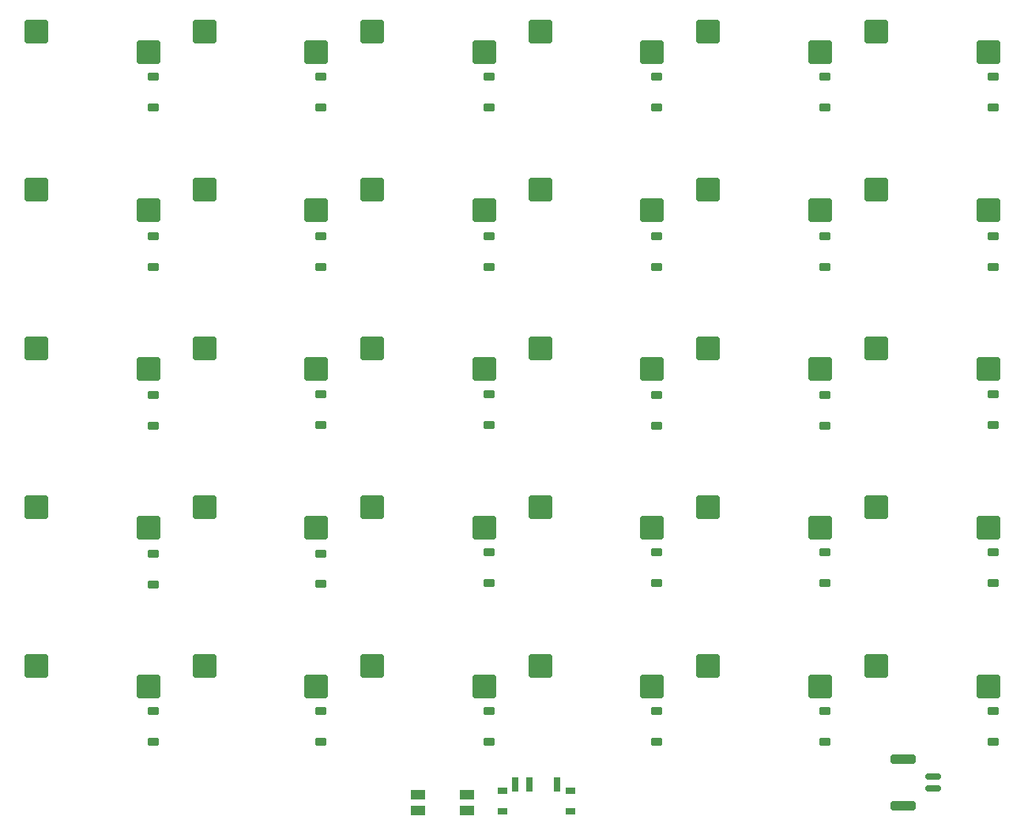
<source format=gbr>
G04 #@! TF.GenerationSoftware,KiCad,Pcbnew,9.0.0*
G04 #@! TF.CreationDate,2025-09-07T21:01:46+01:00*
G04 #@! TF.ProjectId,split_keyboard_1,73706c69-745f-46b6-9579-626f6172645f,rev?*
G04 #@! TF.SameCoordinates,Original*
G04 #@! TF.FileFunction,Paste,Bot*
G04 #@! TF.FilePolarity,Positive*
%FSLAX46Y46*%
G04 Gerber Fmt 4.6, Leading zero omitted, Abs format (unit mm)*
G04 Created by KiCad (PCBNEW 9.0.0) date 2025-09-07 21:01:46*
%MOMM*%
%LPD*%
G01*
G04 APERTURE LIST*
G04 Aperture macros list*
%AMRoundRect*
0 Rectangle with rounded corners*
0 $1 Rounding radius*
0 $2 $3 $4 $5 $6 $7 $8 $9 X,Y pos of 4 corners*
0 Add a 4 corners polygon primitive as box body*
4,1,4,$2,$3,$4,$5,$6,$7,$8,$9,$2,$3,0*
0 Add four circle primitives for the rounded corners*
1,1,$1+$1,$2,$3*
1,1,$1+$1,$4,$5*
1,1,$1+$1,$6,$7*
1,1,$1+$1,$8,$9*
0 Add four rect primitives between the rounded corners*
20,1,$1+$1,$2,$3,$4,$5,0*
20,1,$1+$1,$4,$5,$6,$7,0*
20,1,$1+$1,$6,$7,$8,$9,0*
20,1,$1+$1,$8,$9,$2,$3,0*%
G04 Aperture macros list end*
%ADD10RoundRect,0.250000X-1.025000X-1.000000X1.025000X-1.000000X1.025000X1.000000X-1.025000X1.000000X0*%
%ADD11RoundRect,0.225000X0.375000X-0.225000X0.375000X0.225000X-0.375000X0.225000X-0.375000X-0.225000X0*%
%ADD12R,0.700000X1.500000*%
%ADD13R,1.000000X0.800000*%
%ADD14R,1.550000X1.000000*%
%ADD15RoundRect,0.150000X0.700000X-0.150000X0.700000X0.150000X-0.700000X0.150000X-0.700000X-0.150000X0*%
%ADD16RoundRect,0.250000X1.100000X-0.250000X1.100000X0.250000X-1.100000X0.250000X-1.100000X-0.250000X0*%
G04 APERTURE END LIST*
D10*
X168250000Y-63000000D03*
X180250000Y-65200000D03*
X114250000Y-114000000D03*
X126250000Y-116200000D03*
X96250000Y-63000000D03*
X108250000Y-65200000D03*
X150250000Y-80000000D03*
X162250000Y-82200000D03*
X114250000Y-97000000D03*
X126250000Y-99200000D03*
X168250000Y-80000000D03*
X180250000Y-82200000D03*
X168250000Y-97000000D03*
X180250000Y-99200000D03*
X132250000Y-80000000D03*
X144250000Y-82200000D03*
X150250000Y-131000000D03*
X162250000Y-133200000D03*
X132250000Y-114000000D03*
X144250000Y-116200000D03*
X168250000Y-114000000D03*
X180250000Y-116200000D03*
X132250000Y-131000000D03*
X144250000Y-133200000D03*
X132250000Y-63000000D03*
X144250000Y-65200000D03*
X150250000Y-63000000D03*
X162250000Y-65200000D03*
X114250000Y-63000000D03*
X126250000Y-65200000D03*
X186250000Y-114000000D03*
X198250000Y-116200000D03*
X186250000Y-97000000D03*
X198250000Y-99200000D03*
X150250000Y-114000000D03*
X162250000Y-116200000D03*
X96250000Y-80000000D03*
X108250000Y-82200000D03*
X150250000Y-97000000D03*
X162250000Y-99200000D03*
X114250000Y-80000000D03*
X126250000Y-82200000D03*
X132250000Y-97000000D03*
X144250000Y-99200000D03*
X186250000Y-131000000D03*
X198250000Y-133200000D03*
X96250000Y-131000000D03*
X108250000Y-133200000D03*
X114250000Y-131000000D03*
X126250000Y-133200000D03*
X96250000Y-97000000D03*
X108250000Y-99200000D03*
X96250000Y-114000000D03*
X108250000Y-116200000D03*
X186250000Y-80000000D03*
X198250000Y-82200000D03*
X186250000Y-63000000D03*
X198250000Y-65200000D03*
X168250000Y-131000000D03*
X180250000Y-133200000D03*
D11*
X162750000Y-122150000D03*
X162750000Y-118850000D03*
X108750000Y-88250000D03*
X108750000Y-84950000D03*
D12*
X152070000Y-143750000D03*
X149070000Y-143750000D03*
X147570000Y-143750000D03*
D13*
X153470000Y-144400000D03*
X153470000Y-146600000D03*
X146170000Y-144400000D03*
X146170000Y-146600000D03*
D11*
X126750000Y-122250000D03*
X126750000Y-118950000D03*
X180750000Y-105250000D03*
X180750000Y-101950000D03*
X144750000Y-71150000D03*
X144750000Y-67850000D03*
X180750000Y-88250000D03*
X180750000Y-84950000D03*
X180750000Y-71150000D03*
X180750000Y-67850000D03*
X198750000Y-88250000D03*
X198750000Y-84950000D03*
X198750000Y-122150000D03*
X198750000Y-118850000D03*
X108750000Y-139150000D03*
X108750000Y-135850000D03*
X162750000Y-71150000D03*
X162750000Y-67850000D03*
X198750000Y-139150000D03*
X198750000Y-135850000D03*
D14*
X137125000Y-144800000D03*
X137125000Y-146500000D03*
X142375000Y-144800000D03*
X142375000Y-146500000D03*
D11*
X108750000Y-71150000D03*
X108750000Y-67850000D03*
X144750000Y-105150000D03*
X144750000Y-101850000D03*
X126750000Y-105150000D03*
X126750000Y-101850000D03*
X144750000Y-88250000D03*
X144750000Y-84950000D03*
X126750000Y-88250000D03*
X126750000Y-84950000D03*
X162750000Y-139150000D03*
X162750000Y-135850000D03*
X144750000Y-139150000D03*
X144750000Y-135850000D03*
X126750000Y-71150000D03*
X126750000Y-67850000D03*
X162750000Y-105250000D03*
X162750000Y-101950000D03*
D15*
X192350000Y-144125000D03*
X192350000Y-142875000D03*
D16*
X189150000Y-145975000D03*
X189150000Y-141025000D03*
D11*
X180750000Y-122150000D03*
X180750000Y-118850000D03*
X162750000Y-88250000D03*
X162750000Y-84950000D03*
X180750000Y-139150000D03*
X180750000Y-135850000D03*
X144750000Y-122150000D03*
X144750000Y-118850000D03*
X126750000Y-139150000D03*
X126750000Y-135850000D03*
X108750000Y-105250000D03*
X108750000Y-101950000D03*
X198750000Y-105150000D03*
X198750000Y-101850000D03*
X198750000Y-71150000D03*
X198750000Y-67850000D03*
X108750000Y-122300000D03*
X108750000Y-119000000D03*
M02*

</source>
